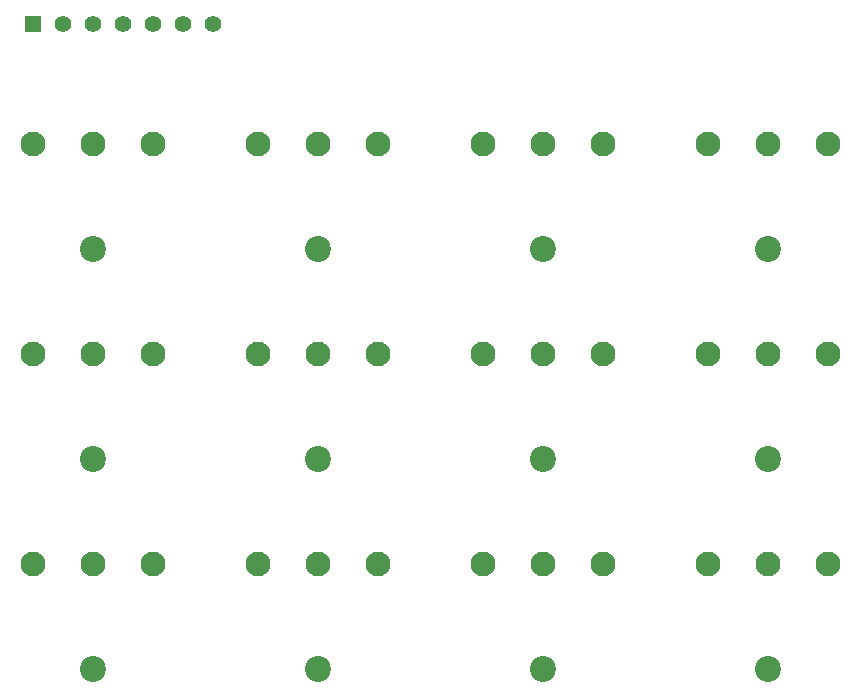
<source format=gtl>
G04 (created by PCBNEW (2013-07-07 BZR 4022)-stable) date 09/11/2015 23:04:07*
%MOIN*%
G04 Gerber Fmt 3.4, Leading zero omitted, Abs format*
%FSLAX34Y34*%
G01*
G70*
G90*
G04 APERTURE LIST*
%ADD10C,0.00393701*%
%ADD11R,0.055X0.055*%
%ADD12C,0.055*%
%ADD13C,0.0826772*%
%ADD14C,0.0866142*%
G04 APERTURE END LIST*
G54D10*
G54D11*
X76000Y-47500D03*
G54D12*
X77000Y-47500D03*
X78000Y-47500D03*
X79000Y-47500D03*
X80000Y-47500D03*
X81000Y-47500D03*
X82000Y-47500D03*
G54D13*
X87500Y-51500D03*
X83500Y-51500D03*
G54D14*
X85500Y-55000D03*
G54D13*
X85500Y-51500D03*
X95000Y-51500D03*
X91000Y-51500D03*
G54D14*
X93000Y-55000D03*
G54D13*
X93000Y-51500D03*
X80000Y-58500D03*
X76000Y-58500D03*
G54D14*
X78000Y-62000D03*
G54D13*
X78000Y-58500D03*
X87500Y-58500D03*
X83500Y-58500D03*
G54D14*
X85500Y-62000D03*
G54D13*
X85500Y-58500D03*
X95000Y-58500D03*
X91000Y-58500D03*
G54D14*
X93000Y-62000D03*
G54D13*
X93000Y-58500D03*
X102500Y-51500D03*
X98500Y-51500D03*
G54D14*
X100500Y-55000D03*
G54D13*
X100500Y-51500D03*
X102500Y-58500D03*
X98500Y-58500D03*
G54D14*
X100500Y-62000D03*
G54D13*
X100500Y-58500D03*
X80000Y-65500D03*
X76000Y-65500D03*
G54D14*
X78000Y-69000D03*
G54D13*
X78000Y-65500D03*
X87500Y-65500D03*
X83500Y-65500D03*
G54D14*
X85500Y-69000D03*
G54D13*
X85500Y-65500D03*
X95000Y-65500D03*
X91000Y-65500D03*
G54D14*
X93000Y-69000D03*
G54D13*
X93000Y-65500D03*
X102500Y-65500D03*
X98500Y-65500D03*
G54D14*
X100500Y-69000D03*
G54D13*
X100500Y-65500D03*
X80000Y-51500D03*
X76000Y-51500D03*
G54D14*
X78000Y-55000D03*
G54D13*
X78000Y-51500D03*
M02*

</source>
